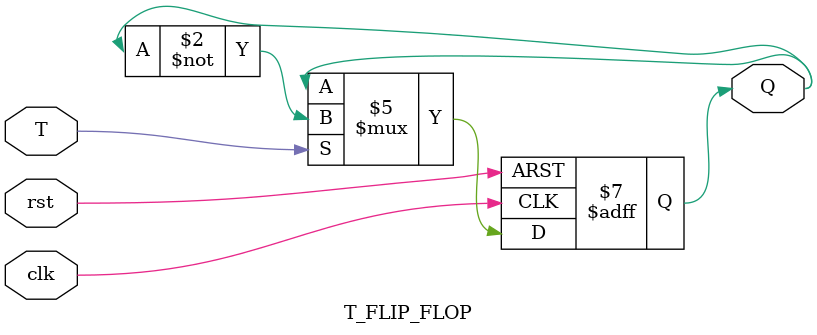
<source format=v>
module T_FLIP_FLOP (
    input  wire clk, rst, T,
    output reg Q 	  
);

  initial begin
     Q<=1'b0;
	 end
  
  
	 always @(posedge clk or posedge rst) begin
	
        if (rst)
            Q <= 1'b0;       
        else if (T)
            Q <= ~Q;         
        else
            Q <= Q;          
    end
endmodule

</source>
